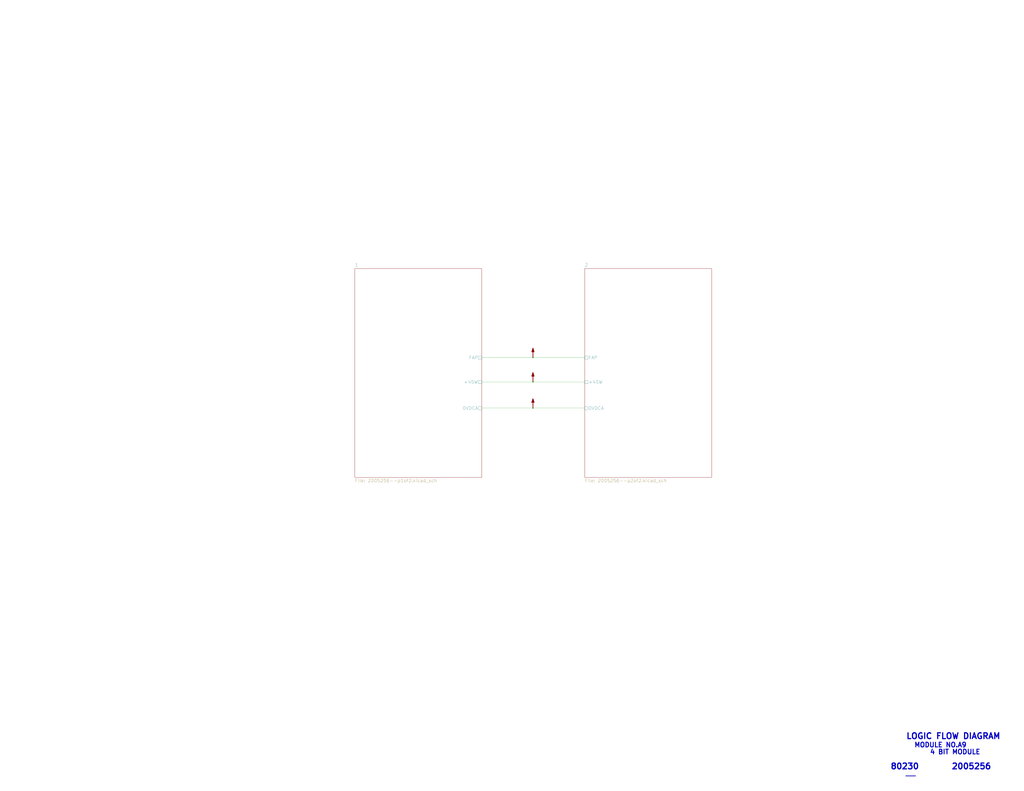
<source format=kicad_sch>
(kicad_sch (version 20211123) (generator eeschema)
  (paper "E")
  (lib_symbols
    (symbol "AGC_DSKY:PWR_FLAG" (power) (pin_numbers hide) (pin_names (offset 0) hide)
      (symbol "PWR_FLAG_0_0"
        (pin power_out line (at 0 0 90) (length 0) (name "pwr") (number "1"))
      )
      (symbol "PWR_FLAG_0_1"
        (polyline (pts (xy 0 0) (xy 0 10.16)) (stroke (width 0.762)))
        (polyline (pts (xy 0 10.16) (xy -1.27 6.35) (xy 1.27 6.35) (xy 0 10.16)) (stroke (width 0.762)) (fill (type outline)))
      )
    )
  )
  (junction (at 581.66 445.77))
  (junction (at 581.66 417.195))
  (junction (at 581.66 390.525))
  (wire (pts (xy 581.66 445.77) (xy 638.175 445.77)))
  (wire (pts (xy 581.66 417.195) (xy 638.175 417.195)))
  (wire (pts (xy 525.78 445.77) (xy 581.66 445.77)))
  (wire (pts (xy 525.78 390.525) (xy 581.66 390.525)))
  (wire (pts (xy 581.66 390.525) (xy 638.175 390.525)))
  (wire (pts (xy 525.78 417.195) (xy 581.66 417.195)))
  (text "2005256" (at 1038.225 840.74 0) (effects (font (size 6.35 6.35) (thickness 1.27) bold) (justify left bottom)))
  (text "MODULE NO.A9" (at 997.585 816.61 0) (effects (font (size 5.08 5.08) (thickness 1.016) bold) (justify left bottom)))
  (text "80230" (at 971.55 840.74 0) (effects (font (size 6.35 6.35) (thickness 1.27) bold) (justify left bottom)))
  (text "4 BIT MODULE" (at 1014.73 824.23 0) (effects (font (size 5.08 5.08) (thickness 1.016) bold) (justify left bottom)))
  (text "____" (at 988.06 847.725 0) (effects (font (size 3.556 3.556) (thickness 0.7112) bold) (justify left bottom)))
  (text "LOGIC FLOW DIAGRAM" (at 988.695 807.72 0) (effects (font (size 6.35 6.35) (thickness 1.27) bold) (justify left bottom)))
  (symbol (lib_id "AGC_DSKY:PWR_FLAG") (at 581.66 445.77 0) (unit 1)
    (property "Reference" "#FLG0103" (effects hide))
    (property "Value" "PWR_FLAG" (effects hide))
  )
  (symbol (lib_id "AGC_DSKY:PWR_FLAG") (at 581.66 417.195 0) (unit 1)
    (property "Reference" "#FLG0102" (effects hide))
    (property "Value" "PWR_FLAG" (effects hide))
  )
  (symbol (lib_id "AGC_DSKY:PWR_FLAG") (at 581.66 390.525 0) (unit 1)
    (property "Reference" "#FLG0101" (effects hide))
    (property "Value" "PWR_FLAG" (effects hide))
  )
  (sheet (at 387.35 293.37) (size 138.43 227.965)
    (property "Sheet name" "1" (at 387.35 291.5154 0) (effects (font (size 3.556 3.556)) (justify left bottom)))
    (property "Sheet file" "2005256--p1of2.kicad_sch" (at 387.35 522.834 0) (effects (font (size 3.556 3.556)) (justify left top)))
    (pin "0VDCA" passive (at 525.78 445.77 0) (effects (font (size 3.556 3.556))))
    (pin "+4SW" passive (at 525.78 417.195 0) (effects (font (size 3.556 3.556))))
    (pin "FAP" passive (at 525.78 390.525 0) (effects (font (size 3.556 3.556))))
  )
  (sheet (at 638.175 293.37) (size 138.43 227.965)
    (property "Sheet name" "2" (at 638.175 291.5154 0) (effects (font (size 3.556 3.556)) (justify left bottom)))
    (property "Sheet file" "2005256--p2of2.kicad_sch" (at 638.175 522.834 0) (effects (font (size 3.556 3.556)) (justify left top)))
    (pin "0VDCA" passive (at 638.175 445.77 180) (effects (font (size 3.556 3.556))))
    (pin "+4SW" passive (at 638.175 417.195 180) (effects (font (size 3.556 3.556))))
    (pin "FAP" passive (at 638.175 390.525 180) (effects (font (size 3.556 3.556))))
  )
)
</source>
